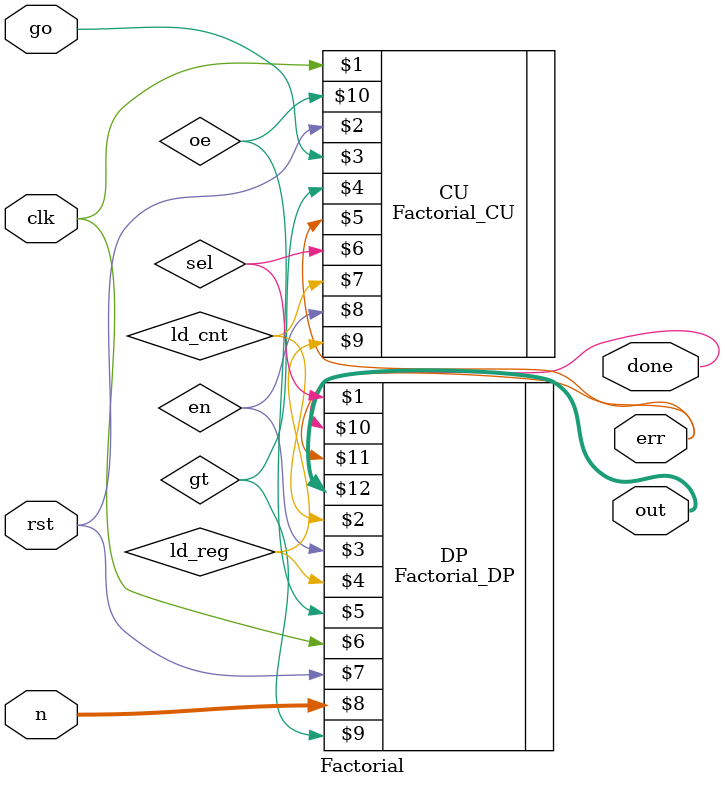
<source format=v>
`timescale 1ns / 1ps

module Factorial #(parameter width = 32)(
input clk, rst, go,
input [3:0] n,
output done, err,
output [width-1:0] out
    );
    
wire sel, ld_cnt, en, ld_reg, oe, gt;

Factorial_CU CU (clk, rst, go, gt, err, sel, ld_cnt, en, ld_reg, oe);
Factorial_DP #(32) DP (sel, ld_cnt, en, ld_reg, oe, clk, rst, n, gt, done, err, out);
endmodule

</source>
